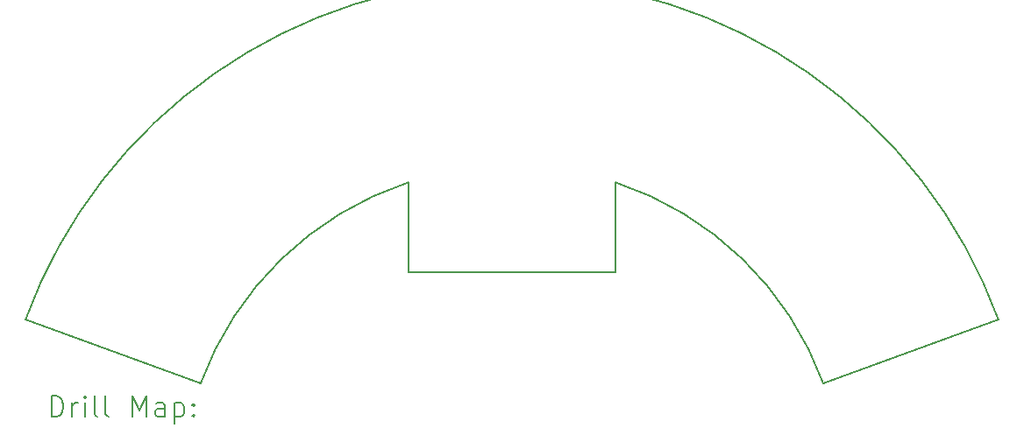
<source format=gbr>
%TF.GenerationSoftware,KiCad,Pcbnew,8.0.1-8.0.1-1~ubuntu22.04.1*%
%TF.CreationDate,2024-03-22T15:25:23-03:00*%
%TF.ProjectId,linefollower,6c696e65-666f-46c6-9c6f-7765722e6b69,rev?*%
%TF.SameCoordinates,Original*%
%TF.FileFunction,Drillmap*%
%TF.FilePolarity,Positive*%
%FSLAX45Y45*%
G04 Gerber Fmt 4.5, Leading zero omitted, Abs format (unit mm)*
G04 Created by KiCad (PCBNEW 8.0.1-8.0.1-1~ubuntu22.04.1) date 2024-03-22 15:25:23*
%MOMM*%
%LPD*%
G01*
G04 APERTURE LIST*
%ADD10C,0.200000*%
G04 APERTURE END LIST*
D10*
X18007016Y-12852767D02*
X19698463Y-12237131D01*
X16000000Y-10907495D02*
G75*
G02*
X18007015Y-12852768I-1000000J-3039735D01*
G01*
X11992983Y-12852767D02*
G75*
G02*
X14000000Y-10907495I3007017J-1094465D01*
G01*
X14000000Y-11776927D02*
X16000000Y-11776927D01*
X14000000Y-10907495D02*
X14000000Y-11776927D01*
X16000000Y-11776927D02*
X16000000Y-10907495D01*
X10301537Y-12237131D02*
G75*
G02*
X19698463Y-12237131I4698463J-1710101D01*
G01*
X10301537Y-12237131D02*
X11992983Y-12852767D01*
X10552314Y-13174251D02*
X10552314Y-12974251D01*
X10552314Y-12974251D02*
X10599933Y-12974251D01*
X10599933Y-12974251D02*
X10628504Y-12983775D01*
X10628504Y-12983775D02*
X10647552Y-13002823D01*
X10647552Y-13002823D02*
X10657075Y-13021870D01*
X10657075Y-13021870D02*
X10666599Y-13059965D01*
X10666599Y-13059965D02*
X10666599Y-13088537D01*
X10666599Y-13088537D02*
X10657075Y-13126632D01*
X10657075Y-13126632D02*
X10647552Y-13145680D01*
X10647552Y-13145680D02*
X10628504Y-13164727D01*
X10628504Y-13164727D02*
X10599933Y-13174251D01*
X10599933Y-13174251D02*
X10552314Y-13174251D01*
X10752314Y-13174251D02*
X10752314Y-13040918D01*
X10752314Y-13079013D02*
X10761837Y-13059965D01*
X10761837Y-13059965D02*
X10771361Y-13050442D01*
X10771361Y-13050442D02*
X10790409Y-13040918D01*
X10790409Y-13040918D02*
X10809456Y-13040918D01*
X10876123Y-13174251D02*
X10876123Y-13040918D01*
X10876123Y-12974251D02*
X10866599Y-12983775D01*
X10866599Y-12983775D02*
X10876123Y-12993299D01*
X10876123Y-12993299D02*
X10885647Y-12983775D01*
X10885647Y-12983775D02*
X10876123Y-12974251D01*
X10876123Y-12974251D02*
X10876123Y-12993299D01*
X10999933Y-13174251D02*
X10980885Y-13164727D01*
X10980885Y-13164727D02*
X10971361Y-13145680D01*
X10971361Y-13145680D02*
X10971361Y-12974251D01*
X11104694Y-13174251D02*
X11085647Y-13164727D01*
X11085647Y-13164727D02*
X11076123Y-13145680D01*
X11076123Y-13145680D02*
X11076123Y-12974251D01*
X11333266Y-13174251D02*
X11333266Y-12974251D01*
X11333266Y-12974251D02*
X11399933Y-13117108D01*
X11399933Y-13117108D02*
X11466599Y-12974251D01*
X11466599Y-12974251D02*
X11466599Y-13174251D01*
X11647552Y-13174251D02*
X11647552Y-13069489D01*
X11647552Y-13069489D02*
X11638028Y-13050442D01*
X11638028Y-13050442D02*
X11618980Y-13040918D01*
X11618980Y-13040918D02*
X11580885Y-13040918D01*
X11580885Y-13040918D02*
X11561837Y-13050442D01*
X11647552Y-13164727D02*
X11628504Y-13174251D01*
X11628504Y-13174251D02*
X11580885Y-13174251D01*
X11580885Y-13174251D02*
X11561837Y-13164727D01*
X11561837Y-13164727D02*
X11552313Y-13145680D01*
X11552313Y-13145680D02*
X11552313Y-13126632D01*
X11552313Y-13126632D02*
X11561837Y-13107585D01*
X11561837Y-13107585D02*
X11580885Y-13098061D01*
X11580885Y-13098061D02*
X11628504Y-13098061D01*
X11628504Y-13098061D02*
X11647552Y-13088537D01*
X11742790Y-13040918D02*
X11742790Y-13240918D01*
X11742790Y-13050442D02*
X11761837Y-13040918D01*
X11761837Y-13040918D02*
X11799933Y-13040918D01*
X11799933Y-13040918D02*
X11818980Y-13050442D01*
X11818980Y-13050442D02*
X11828504Y-13059965D01*
X11828504Y-13059965D02*
X11838028Y-13079013D01*
X11838028Y-13079013D02*
X11838028Y-13136156D01*
X11838028Y-13136156D02*
X11828504Y-13155204D01*
X11828504Y-13155204D02*
X11818980Y-13164727D01*
X11818980Y-13164727D02*
X11799933Y-13174251D01*
X11799933Y-13174251D02*
X11761837Y-13174251D01*
X11761837Y-13174251D02*
X11742790Y-13164727D01*
X11923742Y-13155204D02*
X11933266Y-13164727D01*
X11933266Y-13164727D02*
X11923742Y-13174251D01*
X11923742Y-13174251D02*
X11914218Y-13164727D01*
X11914218Y-13164727D02*
X11923742Y-13155204D01*
X11923742Y-13155204D02*
X11923742Y-13174251D01*
X11923742Y-13050442D02*
X11933266Y-13059965D01*
X11933266Y-13059965D02*
X11923742Y-13069489D01*
X11923742Y-13069489D02*
X11914218Y-13059965D01*
X11914218Y-13059965D02*
X11923742Y-13050442D01*
X11923742Y-13050442D02*
X11923742Y-13069489D01*
M02*

</source>
